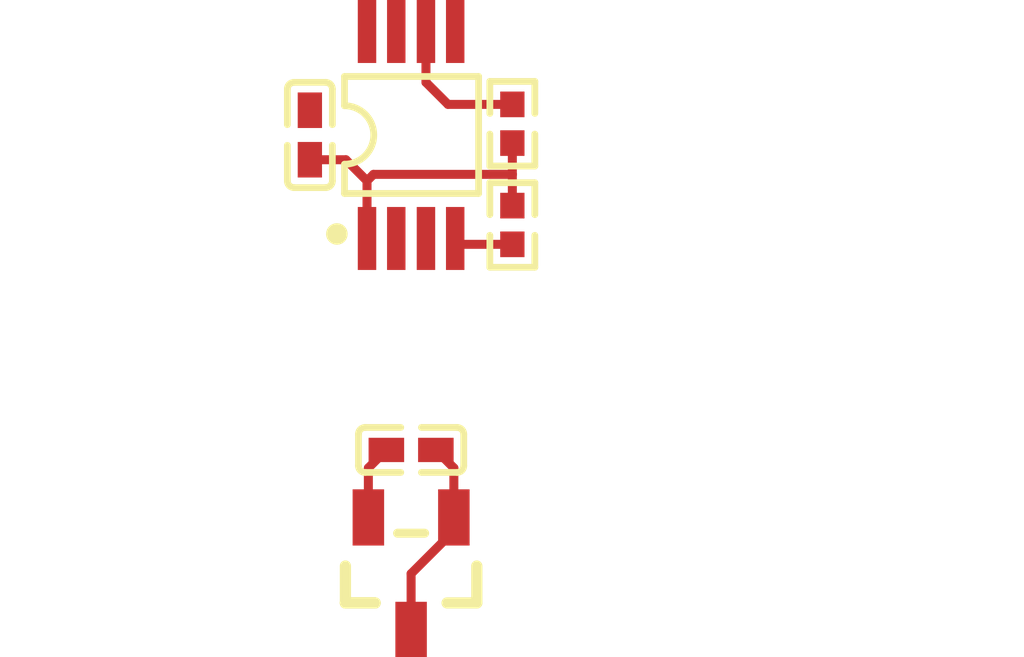
<source format=kicad_pcb>
(kicad_pcb (version 20241229) (generator "pcbnew") (generator_version "9.0")
  (layers (0 "F.Cu" signal) (2 "B.Cu" signal) (13 "F.Paste" user) (15 "B.Paste" user) (5 "F.SilkS" user "F.Silkscreen") (7 "B.SilkS" user "B.Silkscreen") (1 "F.Mask" user) (3 "B.Mask" user) (25 "Edge.Cuts" user))
  (net 0 "")
  (net 1 "SMDATA")
  (net 2 "SMCLK")
  (net 3 "nALERT_TACH")
  (net 4 "gnd")
  (net 5 "FAN")
  (net 6 "DP")
  (net 7 "VDD")
  (net 8 "DN")
  (footprint "FH_0402B222K500NT:C0402" (layer "F.Cu") (at 0 7 180)
    (property "Reference" "C2" (hide yes))
    (property "Value" "2.2nF ±10% 50V X7R")
    (fp_line (start 1.17 0.35) (end 1.17 -0.35) (stroke (width 0.15)) (layer "F.SilkS"))
    (fp_line (start 1.02 -0.5) (end 0.23 -0.5) (stroke (width 0.15)) (layer "F.SilkS"))
    (fp_line (start 0.23 0.5) (end 1.02 0.5) (stroke (width 0.15)) (layer "F.SilkS"))
    (fp_line (start -0.23 0.5) (end -1.02 0.5) (stroke (width 0.15)) (layer "F.SilkS"))
    (fp_line (start -1.02 -0.5) (end -0.23 -0.5) (stroke (width 0.15)) (layer "F.SilkS"))
    (fp_line (start -1.17 0.35) (end -1.17 -0.35) (stroke (width 0.15)) (layer "F.SilkS"))
    (fp_arc (start 1.17 0.35) (mid 1.126066 0.456066) (end 1.02 0.5) (stroke (width 0.15)) (layer "F.SilkS"))
    (fp_arc (start 1.02 -0.5) (mid 1.126066 -0.456066) (end 1.17 -0.35) (stroke (width 0.15)) (layer "F.SilkS"))
    (fp_arc (start -1.02 0.5) (mid -1.126066 0.456066) (end -1.17 0.35) (stroke (width 0.15)) (layer "F.SilkS"))
    (fp_arc (start -1.17 -0.35) (mid -1.126066 -0.456066) (end -1.02 -0.5) (stroke (width 0.15)) (layer "F.SilkS"))
    (pad "1" smd rect (at -0.55 0 180) (size 0.79 0.54) (layers "F.Cu" "F.Mask" "F.Paste") (net 8 "DN"))
    (pad "2" smd rect (at 0.55 0 180) (size 0.79 0.54) (layers "F.Cu" "F.Mask" "F.Paste") (net 6 "DP"))
  )
  (footprint "Samsung_Electro_Mechanics_CL05B104KO5NNNC:C0402" (layer "F.Cu") (at -2.25 0 90)
    (property "Reference" "C1" (hide yes))
    (property "Value" "100nF ±10% 16V X7R")
    (fp_line (start 1.02 -0.5) (end 0.23 -0.5) (stroke (width 0.15)) (layer "F.SilkS"))
    (fp_line (start -1.02 -0.5) (end -0.23 -0.5) (stroke (width 0.15)) (layer "F.SilkS"))
    (fp_line (start 1.17 0.35) (end 1.17 -0.35) (stroke (width 0.15)) (layer "F.SilkS"))
    (fp_line (start -1.17 0.35) (end -1.17 -0.35) (stroke (width 0.15)) (layer "F.SilkS"))
    (fp_line (start 0.23 0.5) (end 1.02 0.5) (stroke (width 0.15)) (layer "F.SilkS"))
    (fp_line (start -0.23 0.5) (end -1.02 0.5) (stroke (width 0.15)) (layer "F.SilkS"))
    (fp_arc (start 1.02 -0.5) (mid 1.126066 -0.456066) (end 1.17 -0.35) (stroke (width 0.15)) (layer "F.SilkS"))
    (fp_arc (start -1.17 -0.35) (mid -1.126066 -0.456066) (end -1.02 -0.5) (stroke (width 0.15)) (layer "F.SilkS"))
    (fp_arc (start 1.17 0.35) (mid 1.126066 0.456066) (end 1.02 0.5) (stroke (width 0.15)) (layer "F.SilkS"))
    (fp_arc (start -1.02 0.5) (mid -1.126066 0.456066) (end -1.17 0.35) (stroke (width 0.15)) (layer "F.SilkS"))
    (pad "1" smd rect (at -0.55 0 90) (size 0.79 0.54) (layers "F.Cu" "F.Mask" "F.Paste") (net 7 "VDD"))
    (pad "2" smd rect (at 0.55 0 90) (size 0.79 0.54) (layers "F.Cu" "F.Mask" "F.Paste") (net 4 "gnd"))
  )
  (footprint "Microchip_Tech_EMC2101_R_ACZL_TR:MSOP-8_L3.0-W3.0-P0.65-LS4.9-BL" (layer "F.Cu") (at 0 0 0)
    (property "Reference" "U1" (hide yes))
    (property "Value" "")
    (fp_line (start -1.48 -1.3) (end -1.48 -0.65) (stroke (width 0.15)) (layer "F.SilkS"))
    (fp_line (start -1.48 0.65) (end -1.48 1.3) (stroke (width 0.15)) (layer "F.SilkS"))
    (fp_line (start -1.48 1.3) (end 1.5 1.3) (stroke (width 0.15)) (layer "F.SilkS"))
    (fp_line (start 1.5 -1.3) (end -1.48 -1.3) (stroke (width 0.15)) (layer "F.SilkS"))
    (fp_line (start 1.5 1.3) (end 1.5 -1.3) (stroke (width 0.15)) (layer "F.SilkS"))
    (fp_arc (start -1.48 -0.65) (mid -0.83 0) (end -1.48 0.65) (stroke (width 0.15)) (layer "F.SilkS"))
    (fp_circle (center -1.65 2.2) (end -1.53 2.2) (stroke (width 0.24)) (fill no) (layer "F.SilkS"))
    (pad "1" smd rect (at -0.98 2.3 0) (size 0.41 1.4) (layers "F.Cu" "F.Mask" "F.Paste") (net 7 "VDD"))
    (pad "2" smd rect (at -0.33 2.3 0) (size 0.41 1.4) (layers "F.Cu" "F.Mask" "F.Paste") (net 6 "DP"))
    (pad "3" smd rect (at 0.33 2.3 0) (size 0.41 1.4) (layers "F.Cu" "F.Mask" "F.Paste") (net 8 "DN"))
    (pad "4" smd rect (at 0.98 2.3 0) (size 0.41 1.4) (layers "F.Cu" "F.Mask" "F.Paste") (net 5 "FAN"))
    (pad "5" smd rect (at 0.98 -2.3 0) (size 0.41 1.4) (layers "F.Cu" "F.Mask" "F.Paste") (net 4 "gnd"))
    (pad "6" smd rect (at 0.33 -2.3 0) (size 0.41 1.4) (layers "F.Cu" "F.Mask" "F.Paste") (net 3 "nALERT_TACH"))
    (pad "7" smd rect (at -0.33 -2.3 0) (size 0.41 1.4) (layers "F.Cu" "F.Mask" "F.Paste") (net 1 "SMDATA"))
    (pad "8" smd rect (at -0.98 -2.3 0) (size 0.41 1.4) (layers "F.Cu" "F.Mask" "F.Paste") (net 2 "SMCLK"))
  )
  (footprint "KEC_Semicon_2N3906S_RTK_PS:SOT-23-3_L2.9-W1.3-P1.90-LS2.4-TR" (layer "F.Cu") (at 0 9.75 90)
    (property "Reference" "Q1" (hide yes))
    (property "Value" "")
    (fp_line (start -0.65 -1.46) (end 0.17 -1.46) (stroke (width 0.25)) (layer "F.SilkS"))
    (fp_line (start -0.65 -1.46) (end -0.65 -0.8) (stroke (width 0.25)) (layer "F.SilkS"))
    (fp_line (start -0.65 -0.8) (end -0.65 -1.46) (stroke (width 0.25)) (layer "F.SilkS"))
    (fp_line (start -0.65 -0.8) (end -0.65 -1.46) (stroke (width 0.25)) (layer "F.SilkS"))
    (fp_line (start 0.9 0.3) (end 0.9 -0.3) (stroke (width 0.2)) (layer "F.SilkS"))
    (fp_line (start 0.17 1.46) (end -0.65 1.46) (stroke (width 0.25)) (layer "F.SilkS"))
    (fp_line (start -0.65 1.46) (end -0.65 0.8) (stroke (width 0.25)) (layer "F.SilkS"))
    (pad "1" smd rect (at 1.25 -0.95 0) (size 0.7 1.25) (layers "F.Cu" "F.Mask" "F.Paste") (net 6 "DP"))
    (pad "2" smd rect (at 1.25 0.95 0) (size 0.7 1.25) (layers "F.Cu" "F.Mask" "F.Paste") (net 8 "DN"))
    (pad "3" smd rect (at -1.25 0 0) (size 0.7 1.25) (layers "F.Cu" "F.Mask" "F.Paste") (net 8 "DN"))
  )
  (footprint "UNI_ROYAL_0402WGF1002TCE:R0402" (layer "F.Cu") (at 2.25 -0.25 -90)
    (property "Reference" "R2" (hide yes))
    (property "Value" "10kΩ ±1% 62.5mW")
    (fp_line (start -0.94 0.5) (end -0.94 -0.5) (stroke (width 0.15)) (layer "F.SilkS"))
    (fp_line (start -0.23 0.5) (end -0.94 0.5) (stroke (width 0.15)) (layer "F.SilkS"))
    (fp_line (start 0.23 0.5) (end 0.94 0.5) (stroke (width 0.15)) (layer "F.SilkS"))
    (fp_line (start 0.94 0.5) (end 0.94 -0.5) (stroke (width 0.15)) (layer "F.SilkS"))
    (fp_line (start -0.94 -0.5) (end -0.23 -0.5) (stroke (width 0.15)) (layer "F.SilkS"))
    (fp_line (start 0.94 -0.5) (end 0.23 -0.5) (stroke (width 0.15)) (layer "F.SilkS"))
    (pad "1" smd rect (at -0.43 0 270) (size 0.57 0.54) (layers "F.Cu" "F.Mask" "F.Paste") (net 3 "nALERT_TACH"))
    (pad "2" smd rect (at 0.43 0 270) (size 0.57 0.54) (layers "F.Cu" "F.Mask" "F.Paste") (net 7 "VDD"))
  )
  (footprint "UNI_ROYAL_0402WGF1002TCE:R0402" (layer "F.Cu") (at 2.25 2 90)
    (property "Reference" "R1" (hide yes))
    (property "Value" "10kΩ ±1% 62.5mW")
    (fp_line (start 0.94 -0.5) (end 0.23 -0.5) (stroke (width 0.15)) (layer "F.SilkS"))
    (fp_line (start -0.94 -0.5) (end -0.23 -0.5) (stroke (width 0.15)) (layer "F.SilkS"))
    (fp_line (start 0.94 0.5) (end 0.94 -0.5) (stroke (width 0.15)) (layer "F.SilkS"))
    (fp_line (start 0.23 0.5) (end 0.94 0.5) (stroke (width 0.15)) (layer "F.SilkS"))
    (fp_line (start -0.23 0.5) (end -0.94 0.5) (stroke (width 0.15)) (layer "F.SilkS"))
    (fp_line (start -0.94 0.5) (end -0.94 -0.5) (stroke (width 0.15)) (layer "F.SilkS"))
    (pad "1" smd rect (at -0.43 0 90) (size 0.57 0.54) (layers "F.Cu" "F.Mask" "F.Paste") (net 5 "FAN"))
    (pad "2" smd rect (at 0.43 0 90) (size 0.57 0.54) (layers "F.Cu" "F.Mask" "F.Paste") (net 7 "VDD"))
  )
  (segment (start 0.33 -1.17) (end 0.33 -2.3) (width 0.2) (net 3) (layer "F.Cu"))
  (segment (start 0.82 -0.68) (end 0.33 -1.17) (width 0.2) (net 3) (layer "F.Cu"))
  (segment (start 2.25 -0.68) (end 0.82 -0.68) (width 0.2) (net 3) (layer "F.Cu"))
  (segment (start 2.25 2.43) (end 1.11 2.43) (width 0.2) (net 5) (layer "F.Cu"))
  (segment (start 1.11 2.43) (end 0.98 2.3) (width 0.2) (net 5) (layer "F.Cu"))
  (segment (start -0.55 7) (end -0.95 7.4) (width 0.2) (net 6) (layer "F.Cu"))
  (segment (start -0.95 7.4) (end -0.95 8.5) (width 0.2) (net 6) (layer "F.Cu"))
  (segment (start 2.25 0.875) (end 2.25 0.18) (width 0.2) (net 7) (layer "F.Cu"))
  (segment (start -0.98 1.02) (end -0.98 2.3) (width 0.2) (net 7) (layer "F.Cu"))
  (segment (start -2.25 0.55) (end -1.45 0.55) (width 0.2) (net 7) (layer "F.Cu"))
  (segment (start -1.45 0.55) (end -0.98 1.02) (width 0.2) (net 7) (layer "F.Cu"))
  (segment (start -0.835 0.875) (end 2.25 0.875) (width 0.2) (net 7) (layer "F.Cu"))
  (segment (start -0.98 1.02) (end -0.835 0.875) (width 0.2) (net 7) (layer "F.Cu"))
  (segment (start 2.25 1.57) (end 2.25 0.875) (width 0.2) (net 7) (layer "F.Cu"))
  (segment (start 0.55 7) (end 0.95 7.4) (width 0.2) (net 8) (layer "F.Cu"))
  (segment (start 0.95 8.8) (end 0.95 8.5) (width 0.2) (net 8) (layer "F.Cu"))
  (segment (start 0 11) (end 0 9.75) (width 0.2) (net 8) (layer "F.Cu"))
  (segment (start 0.95 7.4) (end 0.95 8.5) (width 0.2) (net 8) (layer "F.Cu"))
  (segment (start 0 9.75) (end 0.95 8.8) (width 0.2) (net 8) (layer "F.Cu"))
)
</source>
